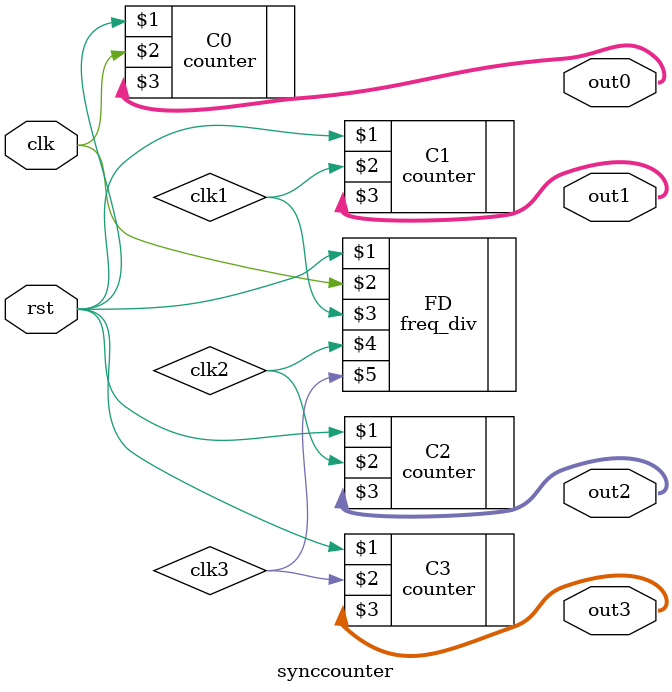
<source format=v>
module synccounter (rst, clk, out0, out1, out2, out3);
input rst, clk;
output [3:0] out0, out1, out2, out3;
wire clk1, clk2, clk3;

freq_div FD(rst, clk, clk1, clk2, clk3);
counter C0(rst, clk, out0);
counter C1(rst, clk1, out1);
counter C2(rst, clk2, out2);
counter C3(rst, clk3, out3);

endmodule

</source>
